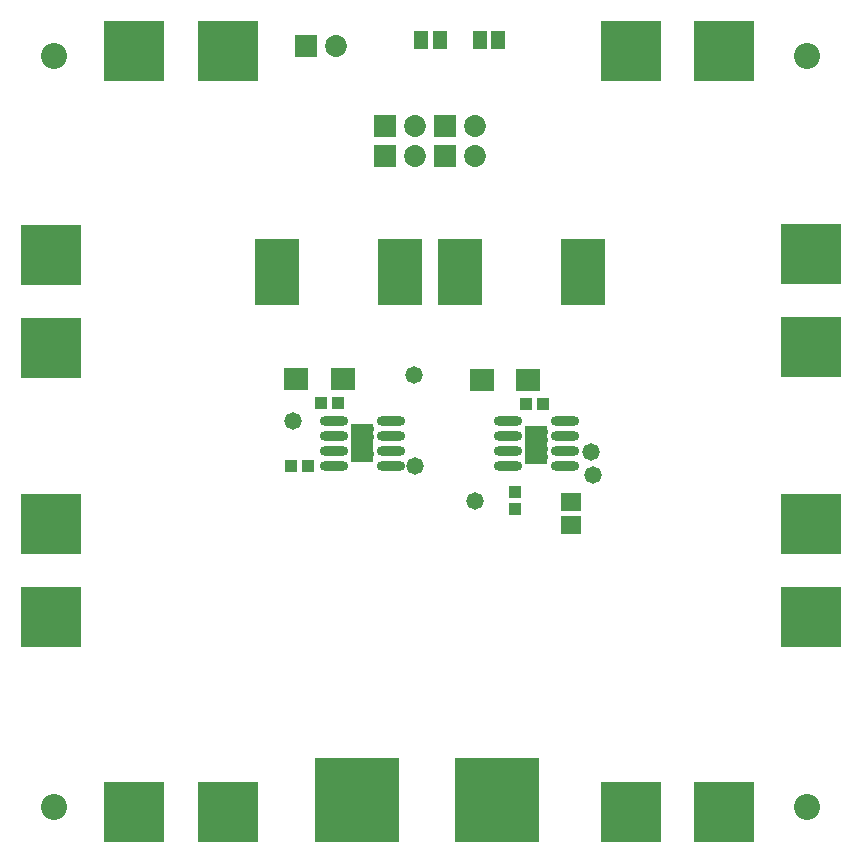
<source format=gts>
G04 Layer_Color=8388736*
%FSLAX23Y23*%
%MOIN*%
G70*
G01*
G75*
%ADD43R,0.047X0.059*%
%ADD44R,0.067X0.063*%
%ADD45R,0.039X0.043*%
%ADD46R,0.146X0.221*%
%ADD47R,0.079X0.075*%
%ADD48O,0.095X0.032*%
%ADD49R,0.043X0.039*%
%ADD50R,0.205X0.205*%
%ADD51R,0.205X0.205*%
%ADD52R,0.284X0.284*%
%ADD53R,0.073X0.126*%
%ADD54R,0.073X0.073*%
%ADD55C,0.073*%
%ADD56C,0.087*%
%ADD57C,0.028*%
%ADD58C,0.058*%
D43*
X2761Y2980D02*
D03*
X2699D02*
D03*
X2894D02*
D03*
X2956D02*
D03*
D44*
X3200Y1439D02*
D03*
Y1361D02*
D03*
D45*
X3050Y1766D02*
D03*
X3106D02*
D03*
X2321Y1558D02*
D03*
X2265D02*
D03*
X2365Y1768D02*
D03*
X2421D02*
D03*
D46*
X2828Y2204D02*
D03*
X3238D02*
D03*
X2219D02*
D03*
X2629D02*
D03*
D47*
X3055Y1846D02*
D03*
X2901D02*
D03*
X2282Y1850D02*
D03*
X2437D02*
D03*
D48*
X3177Y1558D02*
D03*
Y1608D02*
D03*
Y1658D02*
D03*
Y1708D02*
D03*
X2989Y1558D02*
D03*
Y1608D02*
D03*
Y1658D02*
D03*
Y1708D02*
D03*
X2597Y1558D02*
D03*
Y1608D02*
D03*
Y1658D02*
D03*
Y1708D02*
D03*
X2408Y1558D02*
D03*
Y1608D02*
D03*
Y1658D02*
D03*
Y1708D02*
D03*
D49*
X3013Y1472D02*
D03*
Y1416D02*
D03*
D50*
X2054Y2943D02*
D03*
X1743D02*
D03*
X2054Y407D02*
D03*
X1743D02*
D03*
X3708D02*
D03*
X3397D02*
D03*
Y2943D02*
D03*
X3708D02*
D03*
D51*
X3998Y1055D02*
D03*
Y1366D02*
D03*
X3999Y2267D02*
D03*
Y1956D02*
D03*
X1466Y1952D02*
D03*
Y2263D02*
D03*
Y1366D02*
D03*
Y1055D02*
D03*
D52*
X2953Y446D02*
D03*
X2485D02*
D03*
D53*
X3083Y1629D02*
D03*
X2503Y1635D02*
D03*
D54*
X2579Y2591D02*
D03*
X2779D02*
D03*
Y2691D02*
D03*
X2579D02*
D03*
X2315Y2960D02*
D03*
D55*
X2679Y2591D02*
D03*
X2879D02*
D03*
Y2691D02*
D03*
X2679D02*
D03*
X2415Y2960D02*
D03*
D56*
X3984Y2926D02*
D03*
Y421D02*
D03*
X1474D02*
D03*
Y2926D02*
D03*
D57*
X1999Y391D02*
D03*
Y470D02*
D03*
Y430D02*
D03*
Y352D02*
D03*
X2038Y391D02*
D03*
Y470D02*
D03*
Y430D02*
D03*
Y352D02*
D03*
X1684Y2888D02*
D03*
X1723D02*
D03*
X1763D02*
D03*
X1802D02*
D03*
X1684Y2928D02*
D03*
X1723D02*
D03*
X1763D02*
D03*
X1802D02*
D03*
X1684Y2967D02*
D03*
X1723D02*
D03*
X1763D02*
D03*
X1802D02*
D03*
X1684Y3006D02*
D03*
X1723D02*
D03*
X1763D02*
D03*
X1802D02*
D03*
X1999Y2888D02*
D03*
X2038D02*
D03*
X2077D02*
D03*
X2117D02*
D03*
X1999Y2928D02*
D03*
X2038D02*
D03*
X2077D02*
D03*
X2117D02*
D03*
X1999Y2967D02*
D03*
X2038D02*
D03*
X2077D02*
D03*
X2117D02*
D03*
X1999Y3006D02*
D03*
X2038D02*
D03*
X2077D02*
D03*
X2117D02*
D03*
X1684Y352D02*
D03*
X1723D02*
D03*
X1763D02*
D03*
X1802D02*
D03*
X1684Y391D02*
D03*
X1723D02*
D03*
X1763D02*
D03*
X1802D02*
D03*
X1684Y430D02*
D03*
X1723D02*
D03*
X1763D02*
D03*
X1802D02*
D03*
X1684Y470D02*
D03*
X1723D02*
D03*
X1763D02*
D03*
X1802D02*
D03*
X2077Y352D02*
D03*
X2117D02*
D03*
X2077Y391D02*
D03*
X2117D02*
D03*
X2077Y430D02*
D03*
X2117D02*
D03*
X2077Y470D02*
D03*
X2117D02*
D03*
X3338Y352D02*
D03*
X3377D02*
D03*
X3416D02*
D03*
X3456D02*
D03*
X3338Y391D02*
D03*
X3377D02*
D03*
X3416D02*
D03*
X3456D02*
D03*
X3338Y430D02*
D03*
X3377D02*
D03*
X3416D02*
D03*
X3456D02*
D03*
X3338Y470D02*
D03*
X3377D02*
D03*
X3416D02*
D03*
X3456D02*
D03*
X3653Y352D02*
D03*
X3692D02*
D03*
X3731D02*
D03*
X3771D02*
D03*
X3653Y391D02*
D03*
X3692D02*
D03*
X3731D02*
D03*
X3771D02*
D03*
X3653Y430D02*
D03*
X3692D02*
D03*
X3731D02*
D03*
X3771D02*
D03*
X3653Y470D02*
D03*
X3692D02*
D03*
X3731D02*
D03*
X3771D02*
D03*
X3943Y1425D02*
D03*
Y1385D02*
D03*
Y1346D02*
D03*
Y1307D02*
D03*
X3983Y1425D02*
D03*
Y1385D02*
D03*
Y1346D02*
D03*
Y1307D02*
D03*
X4022Y1425D02*
D03*
Y1385D02*
D03*
Y1346D02*
D03*
Y1307D02*
D03*
X4061Y1425D02*
D03*
Y1385D02*
D03*
Y1346D02*
D03*
Y1307D02*
D03*
X3943Y1110D02*
D03*
Y1071D02*
D03*
Y1031D02*
D03*
Y992D02*
D03*
X3983Y1110D02*
D03*
Y1071D02*
D03*
Y1031D02*
D03*
Y992D02*
D03*
X4022Y1110D02*
D03*
Y1071D02*
D03*
Y1031D02*
D03*
Y992D02*
D03*
X4061Y1110D02*
D03*
Y1071D02*
D03*
Y1031D02*
D03*
Y992D02*
D03*
X4054Y1897D02*
D03*
Y1936D02*
D03*
Y1976D02*
D03*
Y2015D02*
D03*
X4014Y1897D02*
D03*
Y1936D02*
D03*
Y1976D02*
D03*
Y2015D02*
D03*
X3975Y1897D02*
D03*
Y1936D02*
D03*
Y1976D02*
D03*
Y2015D02*
D03*
X3936Y1897D02*
D03*
Y1936D02*
D03*
Y1976D02*
D03*
Y2015D02*
D03*
X4054Y2212D02*
D03*
Y2251D02*
D03*
Y2291D02*
D03*
Y2330D02*
D03*
X4014Y2212D02*
D03*
Y2251D02*
D03*
Y2291D02*
D03*
Y2330D02*
D03*
X3975Y2212D02*
D03*
Y2251D02*
D03*
Y2291D02*
D03*
Y2330D02*
D03*
X3936Y2212D02*
D03*
Y2251D02*
D03*
Y2291D02*
D03*
Y2330D02*
D03*
X1411Y2322D02*
D03*
Y2283D02*
D03*
Y2243D02*
D03*
Y2204D02*
D03*
X1450Y2322D02*
D03*
Y2283D02*
D03*
Y2243D02*
D03*
Y2204D02*
D03*
X1490Y2322D02*
D03*
Y2283D02*
D03*
Y2243D02*
D03*
Y2204D02*
D03*
X1529Y2322D02*
D03*
Y2283D02*
D03*
Y2243D02*
D03*
Y2204D02*
D03*
X1411Y2007D02*
D03*
Y1968D02*
D03*
Y1928D02*
D03*
Y1889D02*
D03*
X1450Y2007D02*
D03*
Y1968D02*
D03*
Y1928D02*
D03*
Y1889D02*
D03*
X1490Y2007D02*
D03*
Y1968D02*
D03*
Y1928D02*
D03*
Y1889D02*
D03*
X1529Y2007D02*
D03*
Y1968D02*
D03*
Y1928D02*
D03*
Y1889D02*
D03*
X1521Y996D02*
D03*
Y1035D02*
D03*
Y1074D02*
D03*
Y1114D02*
D03*
X1482Y996D02*
D03*
Y1035D02*
D03*
Y1074D02*
D03*
Y1114D02*
D03*
X1442Y996D02*
D03*
Y1035D02*
D03*
Y1074D02*
D03*
Y1114D02*
D03*
X1403Y996D02*
D03*
Y1035D02*
D03*
Y1074D02*
D03*
Y1114D02*
D03*
X1521Y1311D02*
D03*
Y1350D02*
D03*
Y1389D02*
D03*
Y1429D02*
D03*
X1482Y1311D02*
D03*
Y1350D02*
D03*
Y1389D02*
D03*
Y1429D02*
D03*
X1442Y1311D02*
D03*
Y1350D02*
D03*
Y1389D02*
D03*
Y1429D02*
D03*
X1403Y1311D02*
D03*
Y1350D02*
D03*
Y1389D02*
D03*
Y1429D02*
D03*
X2855Y343D02*
D03*
X2894D02*
D03*
X2933D02*
D03*
X2973D02*
D03*
X3012D02*
D03*
X3051D02*
D03*
X2855Y383D02*
D03*
X2894D02*
D03*
X2933D02*
D03*
X2973D02*
D03*
X3012D02*
D03*
X3051D02*
D03*
X2855Y422D02*
D03*
X2894D02*
D03*
X2933D02*
D03*
X2973D02*
D03*
X3012D02*
D03*
X3051D02*
D03*
X2855Y461D02*
D03*
X2894D02*
D03*
X2933D02*
D03*
X2973D02*
D03*
X3012D02*
D03*
X3051D02*
D03*
X2855Y501D02*
D03*
X2894D02*
D03*
X2933D02*
D03*
X2973D02*
D03*
X3012D02*
D03*
X3051D02*
D03*
X2855Y540D02*
D03*
X2894D02*
D03*
X2933D02*
D03*
X2973D02*
D03*
X3012D02*
D03*
X3051D02*
D03*
X2382Y343D02*
D03*
X2422D02*
D03*
X2461D02*
D03*
X2500D02*
D03*
X2540D02*
D03*
X2579D02*
D03*
X2382Y383D02*
D03*
X2422D02*
D03*
X2461D02*
D03*
X2500D02*
D03*
X2540D02*
D03*
X2579D02*
D03*
X2382Y422D02*
D03*
X2422D02*
D03*
X2461D02*
D03*
X2500D02*
D03*
X2540D02*
D03*
X2579D02*
D03*
X2382Y461D02*
D03*
X2422D02*
D03*
X2461D02*
D03*
X2500D02*
D03*
X2540D02*
D03*
X2579D02*
D03*
X2382Y501D02*
D03*
X2422D02*
D03*
X2461D02*
D03*
X2500D02*
D03*
X2540D02*
D03*
X2579D02*
D03*
Y540D02*
D03*
X2540D02*
D03*
X2500D02*
D03*
X2461D02*
D03*
X2422D02*
D03*
X2382D02*
D03*
X2382Y343D02*
D03*
X2422D02*
D03*
X2461D02*
D03*
X2500D02*
D03*
X2540D02*
D03*
X2579D02*
D03*
X2382Y383D02*
D03*
X2422D02*
D03*
X2461D02*
D03*
X2500D02*
D03*
X2540D02*
D03*
X2579D02*
D03*
X2382Y422D02*
D03*
X2422D02*
D03*
X2461D02*
D03*
X2500D02*
D03*
X2540D02*
D03*
X2579D02*
D03*
X2382Y461D02*
D03*
X2422D02*
D03*
X2461D02*
D03*
X2500D02*
D03*
X2540D02*
D03*
X2579D02*
D03*
X2382Y501D02*
D03*
X2422D02*
D03*
X2461D02*
D03*
X2500D02*
D03*
X2540D02*
D03*
X2579D02*
D03*
X2382Y540D02*
D03*
X2422D02*
D03*
X2461D02*
D03*
X2500D02*
D03*
X2540D02*
D03*
X2579D02*
D03*
X3083Y1644D02*
D03*
X3109Y1671D02*
D03*
X3083Y1671D02*
D03*
X3108Y1645D02*
D03*
X3107Y1616D02*
D03*
X3083D02*
D03*
X3059D02*
D03*
Y1644D02*
D03*
Y1671D02*
D03*
Y1589D02*
D03*
X3083D02*
D03*
X3108D02*
D03*
X2527Y1599D02*
D03*
X2502D02*
D03*
X2478D02*
D03*
Y1681D02*
D03*
Y1654D02*
D03*
Y1626D02*
D03*
X2502D02*
D03*
X2526D02*
D03*
X2527Y1655D02*
D03*
X2502Y1681D02*
D03*
X2528Y1681D02*
D03*
X2502Y1654D02*
D03*
X3771Y3006D02*
D03*
X3731D02*
D03*
X3692D02*
D03*
X3653D02*
D03*
X3771Y2967D02*
D03*
X3731D02*
D03*
X3692D02*
D03*
X3653D02*
D03*
X3771Y2928D02*
D03*
X3731D02*
D03*
X3692D02*
D03*
X3653D02*
D03*
X3771Y2888D02*
D03*
X3731D02*
D03*
X3692D02*
D03*
X3653D02*
D03*
X3456Y3006D02*
D03*
X3416D02*
D03*
X3377D02*
D03*
X3338D02*
D03*
X3456Y2967D02*
D03*
X3416D02*
D03*
X3377D02*
D03*
X3338D02*
D03*
X3456Y2928D02*
D03*
X3416D02*
D03*
X3377D02*
D03*
X3338D02*
D03*
X3456Y2888D02*
D03*
X3416D02*
D03*
X3377D02*
D03*
X3338D02*
D03*
D58*
X3272Y1529D02*
D03*
X2680Y1558D02*
D03*
X2675Y1863D02*
D03*
X3264Y1605D02*
D03*
X2878Y1442D02*
D03*
X2273Y1708D02*
D03*
M02*

</source>
